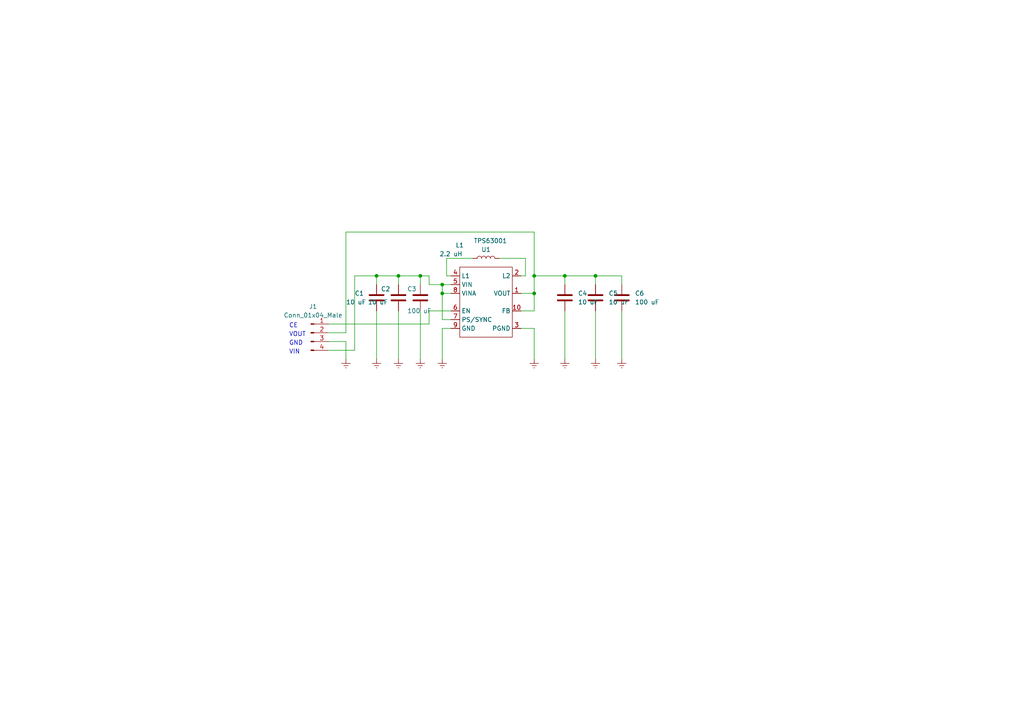
<source format=kicad_sch>
(kicad_sch (version 20211123) (generator eeschema)
  (paper "A4")
  (lib_symbols
    (symbol "Connector:Conn_01x04_Male" (pin_names (offset 1.016) hide)
      (property "Reference" "J" (at 0 5.08 0))
      (property "Value" "Conn_01x04_Male" (at 0 -7.62 0))
      (symbol "Conn_01x04_Male_1_1"
        (polyline (pts (xy 1.27 -5.08) (xy 0.8636 -5.08)) (stroke (width 0.1524)))
        (polyline (pts (xy 1.27 -2.54) (xy 0.8636 -2.54)) (stroke (width 0.1524)))
        (polyline (pts (xy 1.27 0) (xy 0.8636 0)) (stroke (width 0.1524)))
        (polyline (pts (xy 1.27 2.54) (xy 0.8636 2.54)) (stroke (width 0.1524)))
        (rectangle (start 0.8636 -4.953) (end 0 -5.207) (stroke (width 0.1524)) (fill (type outline)))
        (rectangle (start 0.8636 -2.413) (end 0 -2.667) (stroke (width 0.1524)) (fill (type outline)))
        (rectangle (start 0.8636 0.127) (end 0 -0.127) (stroke (width 0.1524)) (fill (type outline)))
        (rectangle (start 0.8636 2.667) (end 0 2.413) (stroke (width 0.1524)) (fill (type outline)))
        (pin passive line (at 5.08 2.54 180) (length 3.81) (name "Pin_1") (number "1"))
        (pin passive line (at 5.08 0 180) (length 3.81) (name "Pin_2") (number "2"))
        (pin passive line (at 5.08 -2.54 180) (length 3.81) (name "Pin_3") (number "3"))
        (pin passive line (at 5.08 -5.08 180) (length 3.81) (name "Pin_4") (number "4"))
      )
    )
    (symbol "Converter_mini_DCDC:TPS63001"
      (property "Reference" "U" (at 0 0 0))
      (property "Value" "TPS63001" (at 0 11.43 0))
      (symbol "TPS63001_0_1"
        (rectangle (start -7.62 10.16) (end 7.62 -10.16))
      )
      (symbol "TPS63001_1_1"
        (pin input line (at 10.16 2.54 180) (length 2.54) (name "VOUT") (number "1"))
        (pin input line (at 10.16 -2.54 180) (length 2.54) (name "FB") (number "10"))
        (pin input line (at 10.16 -7.62 180) (length 2.54) hide (name "PGND") (number "11"))
        (pin input line (at 10.16 7.62 180) (length 2.54) (name "L2") (number "2"))
        (pin input line (at 10.16 -7.62 180) (length 2.54) (name "PGND") (number "3"))
        (pin input line (at -10.16 7.62 0) (length 2.54) (name "L1") (number "4"))
        (pin input line (at -10.16 5.08 0) (length 2.54) (name "VIN") (number "5"))
        (pin input line (at -10.16 -2.54 0) (length 2.54) (name "EN") (number "6"))
        (pin input line (at -10.16 -5.08 0) (length 2.54) (name "PS/SYNC") (number "7"))
        (pin input line (at -10.16 2.54 0) (length 2.54) (name "VINA") (number "8"))
        (pin input line (at -10.16 -7.62 0) (length 2.54) (name "GND") (number "9"))
      )
    )
    (symbol "Device:C" (pin_numbers hide) (pin_names (offset 0.254))
      (property "Reference" "C" (at 0.635 2.54 0))
      (property "Value" "C" (at 0.635 -2.54 0))
      (symbol "C_0_1"
        (polyline (pts (xy -2.032 -0.762) (xy 2.032 -0.762)) (stroke (width 0.508)))
        (polyline (pts (xy -2.032 0.762) (xy 2.032 0.762)) (stroke (width 0.508)))
      )
      (symbol "C_1_1"
        (pin passive line (at 0 3.81 270) (length 2.794) (name "~") (number "1"))
        (pin passive line (at 0 -3.81 90) (length 2.794) (name "~") (number "2"))
      )
    )
    (symbol "Device:L" (pin_numbers hide) (pin_names (offset 1.016) hide)
      (property "Reference" "L" (at -1.27 0 90))
      (property "Value" "L" (at 1.905 0 90))
      (symbol "L_0_1"
        (arc (start 0 -2.54) (mid 0.635 -1.905) (end 0 -1.27))
        (arc (start 0 -1.27) (mid 0.635 -0.635) (end 0 0))
        (arc (start 0 0) (mid 0.635 0.635) (end 0 1.27))
        (arc (start 0 1.27) (mid 0.635 1.905) (end 0 2.54))
      )
      (symbol "L_1_1"
        (pin passive line (at 0 3.81 270) (length 1.27) (name "1") (number "1"))
        (pin passive line (at 0 -3.81 90) (length 1.27) (name "2") (number "2"))
      )
    )
    (symbol "power:Earth" (power) (pin_names (offset 0))
      (symbol "Earth_0_1"
        (polyline (pts (xy -0.635 -1.905) (xy 0.635 -1.905)))
        (polyline (pts (xy -0.127 -2.54) (xy 0.127 -2.54)))
        (polyline (pts (xy 0 -1.27) (xy 0 0)))
        (polyline (pts (xy 1.27 -1.27) (xy -1.27 -1.27)))
      )
      (symbol "Earth_1_1"
        (pin power_in line (at 0 0 270) (length 0) hide (name "Earth") (number "1"))
      )
    )
  )
  (junction (at 172.72 80.01))
  (junction (at 163.83 80.01))
  (junction (at 154.94 80.01))
  (junction (at 115.57 80.01))
  (junction (at 128.27 85.09))
  (junction (at 154.94 85.09))
  (junction (at 109.22 80.01))
  (junction (at 121.92 80.01))
  (junction (at 128.27 82.55))
  (wire (pts (xy 100.33 99.06) (xy 100.33 104.14)))
  (wire (pts (xy 154.94 95.25) (xy 154.94 104.14)))
  (wire (pts (xy 115.57 80.01) (xy 115.57 82.55)))
  (wire (pts (xy 180.34 80.01) (xy 172.72 80.01)))
  (wire (pts (xy 163.83 90.17) (xy 163.83 104.14)))
  (wire (pts (xy 151.13 90.17) (xy 154.94 90.17)))
  (wire (pts (xy 172.72 80.01) (xy 172.72 82.55)))
  (wire (pts (xy 128.27 95.25) (xy 130.81 95.25)))
  (wire (pts (xy 124.46 90.17) (xy 130.81 90.17)))
  (wire (pts (xy 154.94 90.17) (xy 154.94 85.09)))
  (wire (pts (xy 115.57 80.01) (xy 121.92 80.01)))
  (wire (pts (xy 130.81 80.01) (xy 129.54 80.01)))
  (wire (pts (xy 128.27 85.09) (xy 128.27 82.55)))
  (wire (pts (xy 124.46 82.55) (xy 128.27 82.55)))
  (wire (pts (xy 152.4 74.93) (xy 144.78 74.93)))
  (wire (pts (xy 115.57 90.17) (xy 115.57 104.14)))
  (wire (pts (xy 154.94 80.01) (xy 154.94 67.31)))
  (wire (pts (xy 130.81 92.71) (xy 128.27 92.71)))
  (wire (pts (xy 121.92 80.01) (xy 121.92 82.55)))
  (wire (pts (xy 152.4 80.01) (xy 152.4 74.93)))
  (wire (pts (xy 95.25 101.6) (xy 102.87 101.6)))
  (wire (pts (xy 129.54 80.01) (xy 129.54 74.93)))
  (wire (pts (xy 128.27 104.14) (xy 128.27 95.25)))
  (wire (pts (xy 180.34 90.17) (xy 180.34 104.14)))
  (wire (pts (xy 102.87 101.6) (xy 102.87 80.01)))
  (wire (pts (xy 102.87 80.01) (xy 109.22 80.01)))
  (wire (pts (xy 124.46 80.01) (xy 124.46 82.55)))
  (wire (pts (xy 109.22 80.01) (xy 115.57 80.01)))
  (wire (pts (xy 124.46 93.98) (xy 124.46 90.17)))
  (wire (pts (xy 151.13 85.09) (xy 154.94 85.09)))
  (wire (pts (xy 109.22 80.01) (xy 109.22 82.55)))
  (wire (pts (xy 172.72 90.17) (xy 172.72 104.14)))
  (wire (pts (xy 151.13 80.01) (xy 152.4 80.01)))
  (wire (pts (xy 154.94 80.01) (xy 163.83 80.01)))
  (wire (pts (xy 128.27 82.55) (xy 130.81 82.55)))
  (wire (pts (xy 151.13 95.25) (xy 154.94 95.25)))
  (wire (pts (xy 121.92 90.17) (xy 121.92 104.14)))
  (wire (pts (xy 128.27 85.09) (xy 130.81 85.09)))
  (wire (pts (xy 100.33 96.52) (xy 100.33 67.31)))
  (wire (pts (xy 121.92 80.01) (xy 124.46 80.01)))
  (wire (pts (xy 180.34 82.55) (xy 180.34 80.01)))
  (wire (pts (xy 95.25 96.52) (xy 100.33 96.52)))
  (wire (pts (xy 95.25 99.06) (xy 100.33 99.06)))
  (wire (pts (xy 163.83 80.01) (xy 172.72 80.01)))
  (wire (pts (xy 154.94 85.09) (xy 154.94 80.01)))
  (wire (pts (xy 163.83 80.01) (xy 163.83 82.55)))
  (wire (pts (xy 95.25 93.98) (xy 124.46 93.98)))
  (wire (pts (xy 109.22 90.17) (xy 109.22 104.14)))
  (wire (pts (xy 129.54 74.93) (xy 137.16 74.93)))
  (wire (pts (xy 100.33 67.31) (xy 154.94 67.31)))
  (wire (pts (xy 128.27 92.71) (xy 128.27 85.09)))
  (text "VOUT" (at 83.82 97.79 0) (effects (font (size 1.27 1.27)) (justify left bottom)))
  (text "VIN" (at 83.82 102.87 0) (effects (font (size 1.27 1.27)) (justify left bottom)))
  (text "CE" (at 83.82 95.25 0) (effects (font (size 1.27 1.27)) (justify left bottom)))
  (text "GND" (at 83.82 100.33 0) (effects (font (size 1.27 1.27)) (justify left bottom)))
  (symbol (lib_id "power:Earth") (at 121.92 104.14 0) (unit 1)
    (property "Reference" "#PWR?" (effects hide))
    (property "Value" "Earth" (effects hide))
  )
  (symbol (lib_id "power:Earth") (at 109.22 104.14 0) (unit 1)
    (property "Reference" "#PWR?" (effects hide))
    (property "Value" "Earth" (effects hide))
  )
  (symbol (lib_id "Device:C") (at 172.72 86.36 0) (unit 1)
    (property "Reference" "C5" (at 176.53 85.0899 0) (effects (justify left)))
    (property "Value" "10 uF" (at 176.53 87.6299 0) (effects (justify left)))
    (property "Footprint" "Capacitor_SMD:C_0805_2012Metric_Pad1.18x1.45mm_HandSolder" (effects hide))
  )
  (symbol (lib_id "Device:C") (at 115.57 86.36 0) (unit 1)
    (property "Reference" "C2" (at 110.49 83.82 0) (effects (justify left)))
    (property "Value" "10 uF" (at 106.68 87.63 0) (effects (justify left)))
    (property "Footprint" "Capacitor_SMD:C_0805_2012Metric_Pad1.18x1.45mm_HandSolder" (effects hide))
  )
  (symbol (lib_id "Device:C") (at 121.92 86.36 0) (unit 1)
    (property "Reference" "C3" (at 118.11 83.82 0) (effects (justify left)))
    (property "Value" "100 uF" (at 118.11 90.17 0) (effects (justify left)))
    (property "Footprint" "Capacitor_Tantalum_SMD:CP_EIA-3528-21_Kemet-B_Pad1.50x2.35mm_HandSolder" (effects hide))
  )
  (symbol (lib_id "power:Earth") (at 172.72 104.14 0) (unit 1)
    (property "Reference" "#PWR0104" (effects hide))
    (property "Value" "Earth" (effects hide))
  )
  (symbol (lib_id "power:Earth") (at 115.57 104.14 0) (unit 1)
    (property "Reference" "#PWR?" (effects hide))
    (property "Value" "Earth" (effects hide))
  )
  (symbol (lib_id "Device:C") (at 180.34 86.36 0) (unit 1)
    (property "Reference" "C6" (at 184.15 85.0899 0) (effects (justify left)))
    (property "Value" "100 uF" (at 184.15 87.6299 0) (effects (justify left)))
    (property "Footprint" "Capacitor_Tantalum_SMD:CP_EIA-3528-21_Kemet-B_Pad1.50x2.35mm_HandSolder" (effects hide))
  )
  (symbol (lib_id "Device:C") (at 163.83 86.36 0) (unit 1)
    (property "Reference" "C4" (at 167.64 85.0899 0) (effects (justify left)))
    (property "Value" "10 uF" (at 167.64 87.6299 0) (effects (justify left)))
    (property "Footprint" "Capacitor_SMD:C_0805_2012Metric_Pad1.18x1.45mm_HandSolder" (effects hide))
  )
  (symbol (lib_id "power:Earth") (at 100.33 104.14 0) (unit 1)
    (property "Reference" "#PWR0106" (effects hide))
    (property "Value" "Earth" (effects hide))
  )
  (symbol (lib_id "Connector:Conn_01x04_Male") (at 90.17 96.52 0) (unit 1)
    (property "Reference" "J1" (at 90.805 88.9 0))
    (property "Value" "Conn_01x04_Male" (at 90.805 91.44 0))
    (property "Footprint" "Connector_PinHeader_2.54mm:PinHeader_1x04_P2.54mm_Vertical" (effects hide))
  )
  (symbol (lib_id "Device:L") (at 140.97 74.93 90) (unit 1)
    (property "Reference" "L1" (at 133.35 71.12 90))
    (property "Value" "2.2 uH" (at 130.81 73.66 90))
    (property "Footprint" "Inductor_SMD_narrow:L_Ferrocore_narrow_DLG-0504" (effects hide))
  )
  (symbol (lib_id "power:Earth") (at 163.83 104.14 0) (unit 1)
    (property "Reference" "#PWR0105" (effects hide))
    (property "Value" "Earth" (effects hide))
  )
  (symbol (lib_id "power:Earth") (at 180.34 104.14 0) (unit 1)
    (property "Reference" "#PWR0107" (effects hide))
    (property "Value" "Earth" (effects hide))
  )
  (symbol (lib_id "power:Earth") (at 154.94 104.14 0) (unit 1)
    (property "Reference" "#PWR0103" (effects hide))
    (property "Value" "Earth" (effects hide))
  )
  (symbol (lib_id "power:Earth") (at 128.27 104.14 0) (unit 1)
    (property "Reference" "#PWR0102" (effects hide))
    (property "Value" "Earth" (effects hide))
  )
  (symbol (lib_id "Device:C") (at 109.22 86.36 0) (unit 1)
    (property "Reference" "C1" (at 102.87 85.09 0) (effects (justify left)))
    (property "Value" "10 uF" (at 100.33 87.63 0) (effects (justify left)))
    (property "Footprint" "Capacitor_SMD:C_0805_2012Metric_Pad1.18x1.45mm_HandSolder" (effects hide))
  )
  (symbol (lib_id "Converter_mini_DCDC:TPS63001") (at 140.97 87.63 0) (unit 1)
    (property "Reference" "U1" (at 140.97 72.39 0))
    (property "Value" "TPS63001" (at 142.24 69.85 0))
    (property "Footprint" "Package_SON:VSON-10-1EP_3x3mm_P0.5mm_EP1.2x2mm_ThermalVias" (effects hide))
  )
)
</source>
